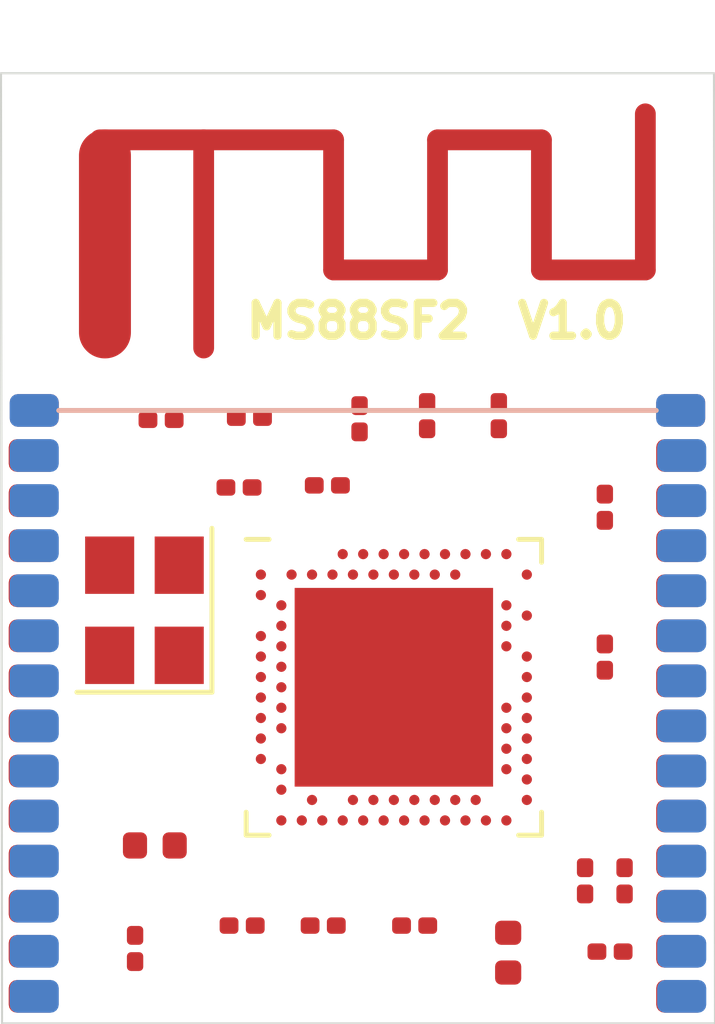
<source format=kicad_pcb>
(kicad_pcb (version 20171130) (host pcbnew "(5.1.9-0-10_14)")

  (general
    (thickness 1.6)
    (drawings 5)
    (tracks 11)
    (zones 0)
    (modules 22)
    (nets 1)
  )

  (page A4)
  (title_block
    (title "Project Title")
  )

  (layers
    (0 F.Cu signal)
    (31 B.Cu signal)
    (32 B.Adhes user)
    (33 F.Adhes user)
    (34 B.Paste user)
    (35 F.Paste user)
    (36 B.SilkS user)
    (37 F.SilkS user)
    (38 B.Mask user)
    (39 F.Mask user)
    (40 Dwgs.User user)
    (41 Cmts.User user)
    (42 Eco1.User user)
    (43 Eco2.User user)
    (44 Edge.Cuts user)
    (45 Margin user)
    (46 B.CrtYd user)
    (47 F.CrtYd user)
    (48 B.Fab user)
    (49 F.Fab user)
  )

  (setup
    (last_trace_width 0.25)
    (user_trace_width 0.1524)
    (user_trace_width 0.254)
    (user_trace_width 0.3302)
    (user_trace_width 0.508)
    (user_trace_width 0.762)
    (user_trace_width 1.27)
    (trace_clearance 0.2)
    (zone_clearance 0.508)
    (zone_45_only no)
    (trace_min 0.2)
    (via_size 0.8)
    (via_drill 0.4)
    (via_min_size 0.4)
    (via_min_drill 0.3)
    (user_via 0.6858 0.3302)
    (user_via 0.762 0.4064)
    (user_via 0.8636 0.508)
    (uvia_size 0.3)
    (uvia_drill 0.1)
    (uvias_allowed no)
    (uvia_min_size 0.2)
    (uvia_min_drill 0.1)
    (edge_width 0.05)
    (segment_width 0.2)
    (pcb_text_width 0.3)
    (pcb_text_size 1.5 1.5)
    (mod_edge_width 0.12)
    (mod_text_size 1 1)
    (mod_text_width 0.15)
    (pad_size 1.524 1.524)
    (pad_drill 0.762)
    (pad_to_mask_clearance 0.051)
    (solder_mask_min_width 0.25)
    (pad_to_paste_clearance -0.0762)
    (aux_axis_origin 0 0)
    (visible_elements FFFFFF7F)
    (pcbplotparams
      (layerselection 0x010fc_ffffffff)
      (usegerberextensions false)
      (usegerberattributes false)
      (usegerberadvancedattributes false)
      (creategerberjobfile false)
      (excludeedgelayer true)
      (linewidth 0.100000)
      (plotframeref false)
      (viasonmask false)
      (mode 1)
      (useauxorigin false)
      (hpglpennumber 1)
      (hpglpenspeed 20)
      (hpglpendiameter 15.000000)
      (psnegative false)
      (psa4output false)
      (plotreference true)
      (plotvalue true)
      (plotinvisibletext false)
      (padsonsilk false)
      (subtractmaskfromsilk false)
      (outputformat 1)
      (mirror false)
      (drillshape 1)
      (scaleselection 1)
      (outputdirectory ""))
  )

  (net 0 "")

  (net_class Default "This is the default net class."
    (clearance 0.2)
    (trace_width 0.25)
    (via_dia 0.8)
    (via_drill 0.4)
    (uvia_dia 0.3)
    (uvia_drill 0.1)
  )

  (module MS88SF2_01:MS88SF2_v2 (layer B.Cu) (tedit 61833926) (tstamp 6183AB31)
    (at 147.5486 98.679 180)
    (fp_text reference REF** (at -0.3302 12.6826) (layer B.Fab) hide
      (effects (font (size 1 1) (thickness 0.15)) (justify mirror))
    )
    (fp_text value MS88SF2_v2 (at 8.0772 9.1694) (layer B.Fab)
      (effects (font (size 1 1) (thickness 0.15)) (justify mirror))
    )
    (fp_line (start 0.6 0) (end 15.2 0) (layer B.SilkS) (width 0.12))
    (pad 1 smd roundrect (at 0 0 180) (size 1.2 0.8) (layers B.Cu B.Paste B.Mask) (roundrect_rratio 0.25))
    (pad 1 smd roundrect (at 15.8 0 180) (size 1.2 0.8) (layers B.Cu B.Paste B.Mask) (roundrect_rratio 0.25))
    (pad 2 smd roundrect (at -0.0254 -1.1 180) (size 1.2 0.8) (layers B.Cu B.Paste B.Mask) (roundrect_rratio 0.25))
    (pad 3 smd roundrect (at -0.0254 -2.2 180) (size 1.2 0.8) (layers B.Cu B.Paste B.Mask) (roundrect_rratio 0.25))
    (pad 4 smd roundrect (at -0.0254 -3.3 180) (size 1.2 0.8) (layers B.Cu B.Paste B.Mask) (roundrect_rratio 0.25))
    (pad 5 smd roundrect (at -0.0254 -4.4 180) (size 1.2 0.8) (layers B.Cu B.Paste B.Mask) (roundrect_rratio 0.25))
    (pad 6 smd roundrect (at -0.0254 -5.5 180) (size 1.2 0.8) (layers B.Cu B.Paste B.Mask) (roundrect_rratio 0.25))
    (pad 7 smd roundrect (at -0.0254 -6.6 180) (size 1.2 0.8) (layers B.Cu B.Paste B.Mask) (roundrect_rratio 0.25))
    (pad 8 smd roundrect (at -0.0254 -7.7 180) (size 1.2 0.8) (layers B.Cu B.Paste B.Mask) (roundrect_rratio 0.25))
    (pad 9 smd roundrect (at -0.0254 -8.8 180) (size 1.2 0.8) (layers B.Cu B.Paste B.Mask) (roundrect_rratio 0.25))
    (pad 10 smd roundrect (at -0.0254 -9.9 180) (size 1.2 0.8) (layers B.Cu B.Paste B.Mask) (roundrect_rratio 0.25))
    (pad 11 smd roundrect (at -0.0254 -11 180) (size 1.2 0.8) (layers B.Cu B.Paste B.Mask) (roundrect_rratio 0.25))
    (pad 12 smd roundrect (at -0.0254 -12.1 180) (size 1.2 0.8) (layers B.Cu B.Paste B.Mask) (roundrect_rratio 0.25))
    (pad 13 smd roundrect (at -0.0254 -13.2 180) (size 1.2 0.8) (layers B.Cu B.Paste B.Mask) (roundrect_rratio 0.25))
    (pad 14 smd roundrect (at -0.0254 -14.3 180) (size 1.2 0.8) (layers B.Cu B.Paste B.Mask) (roundrect_rratio 0.25))
    (pad 2 smd roundrect (at 15.8 -1.1 180) (size 1.2 0.8) (layers B.Cu B.Paste B.Mask) (roundrect_rratio 0.25))
    (pad 3 smd roundrect (at 15.8 -2.2 180) (size 1.2 0.8) (layers B.Cu B.Paste B.Mask) (roundrect_rratio 0.25))
    (pad 4 smd roundrect (at 15.8 -3.3 180) (size 1.2 0.8) (layers B.Cu B.Paste B.Mask) (roundrect_rratio 0.25))
    (pad 5 smd roundrect (at 15.8 -4.4 180) (size 1.2 0.8) (layers B.Cu B.Paste B.Mask) (roundrect_rratio 0.25))
    (pad 6 smd roundrect (at 15.8 -5.5 180) (size 1.2 0.8) (layers B.Cu B.Paste B.Mask) (roundrect_rratio 0.25))
    (pad 7 smd roundrect (at 15.8 -6.6 180) (size 1.2 0.8) (layers B.Cu B.Paste B.Mask) (roundrect_rratio 0.25))
    (pad 8 smd roundrect (at 15.8 -7.7 180) (size 1.2 0.8) (layers B.Cu B.Paste B.Mask) (roundrect_rratio 0.25))
    (pad 9 smd roundrect (at 15.8 -8.8 180) (size 1.2 0.8) (layers B.Cu B.Paste B.Mask) (roundrect_rratio 0.25))
    (pad 10 smd roundrect (at 15.8 -9.9 180) (size 1.2 0.8) (layers B.Cu B.Paste B.Mask) (roundrect_rratio 0.25))
    (pad 11 smd roundrect (at 15.8 -11 180) (size 1.2 0.8) (layers B.Cu B.Paste B.Mask) (roundrect_rratio 0.25))
    (pad 12 smd roundrect (at 15.8 -12.1 180) (size 1.2 0.8) (layers B.Cu B.Paste B.Mask) (roundrect_rratio 0.25))
    (pad 13 smd roundrect (at 15.8 -13.2 180) (size 1.2 0.8) (layers B.Cu B.Paste B.Mask) (roundrect_rratio 0.25))
    (pad 14 smd roundrect (at 15.8 -14.3 180) (size 1.2 0.8) (layers B.Cu B.Paste B.Mask) (roundrect_rratio 0.25))
  )

  (module MS88SF2_01:MS88SF2_v2 (layer F.Cu) (tedit 61833926) (tstamp 6183A4DF)
    (at 131.7498 98.679)
    (fp_text reference REF** (at -0.3302 -12.6826) (layer F.Fab) hide
      (effects (font (size 1 1) (thickness 0.15)))
    )
    (fp_text value MS88SF2_v2 (at 8.0772 -9.1694) (layer F.Fab)
      (effects (font (size 1 1) (thickness 0.15)))
    )
    (fp_line (start 0.6 0) (end 15.2 0) (layer F.SilkS) (width 0.12))
    (pad 14 smd roundrect (at 15.8 14.3) (size 1.2 0.8) (layers F.Cu F.Paste F.Mask) (roundrect_rratio 0.25))
    (pad 13 smd roundrect (at 15.8 13.2) (size 1.2 0.8) (layers F.Cu F.Paste F.Mask) (roundrect_rratio 0.25))
    (pad 12 smd roundrect (at 15.8 12.1) (size 1.2 0.8) (layers F.Cu F.Paste F.Mask) (roundrect_rratio 0.25))
    (pad 11 smd roundrect (at 15.8 11) (size 1.2 0.8) (layers F.Cu F.Paste F.Mask) (roundrect_rratio 0.25))
    (pad 10 smd roundrect (at 15.8 9.9) (size 1.2 0.8) (layers F.Cu F.Paste F.Mask) (roundrect_rratio 0.25))
    (pad 9 smd roundrect (at 15.8 8.8) (size 1.2 0.8) (layers F.Cu F.Paste F.Mask) (roundrect_rratio 0.25))
    (pad 8 smd roundrect (at 15.8 7.7) (size 1.2 0.8) (layers F.Cu F.Paste F.Mask) (roundrect_rratio 0.25))
    (pad 7 smd roundrect (at 15.8 6.6) (size 1.2 0.8) (layers F.Cu F.Paste F.Mask) (roundrect_rratio 0.25))
    (pad 6 smd roundrect (at 15.8 5.5) (size 1.2 0.8) (layers F.Cu F.Paste F.Mask) (roundrect_rratio 0.25))
    (pad 5 smd roundrect (at 15.8 4.4) (size 1.2 0.8) (layers F.Cu F.Paste F.Mask) (roundrect_rratio 0.25))
    (pad 4 smd roundrect (at 15.8 3.3) (size 1.2 0.8) (layers F.Cu F.Paste F.Mask) (roundrect_rratio 0.25))
    (pad 3 smd roundrect (at 15.8 2.2) (size 1.2 0.8) (layers F.Cu F.Paste F.Mask) (roundrect_rratio 0.25))
    (pad 2 smd roundrect (at 15.8 1.1) (size 1.2 0.8) (layers F.Cu F.Paste F.Mask) (roundrect_rratio 0.25))
    (pad 14 smd roundrect (at -0.0254 14.3) (size 1.2 0.8) (layers F.Cu F.Paste F.Mask) (roundrect_rratio 0.25))
    (pad 13 smd roundrect (at -0.0254 13.2) (size 1.2 0.8) (layers F.Cu F.Paste F.Mask) (roundrect_rratio 0.25))
    (pad 12 smd roundrect (at -0.0254 12.1) (size 1.2 0.8) (layers F.Cu F.Paste F.Mask) (roundrect_rratio 0.25))
    (pad 11 smd roundrect (at -0.0254 11) (size 1.2 0.8) (layers F.Cu F.Paste F.Mask) (roundrect_rratio 0.25))
    (pad 10 smd roundrect (at -0.0254 9.9) (size 1.2 0.8) (layers F.Cu F.Paste F.Mask) (roundrect_rratio 0.25))
    (pad 9 smd roundrect (at -0.0254 8.8) (size 1.2 0.8) (layers F.Cu F.Paste F.Mask) (roundrect_rratio 0.25))
    (pad 8 smd roundrect (at -0.0254 7.7) (size 1.2 0.8) (layers F.Cu F.Paste F.Mask) (roundrect_rratio 0.25))
    (pad 7 smd roundrect (at -0.0254 6.6) (size 1.2 0.8) (layers F.Cu F.Paste F.Mask) (roundrect_rratio 0.25))
    (pad 6 smd roundrect (at -0.0254 5.5) (size 1.2 0.8) (layers F.Cu F.Paste F.Mask) (roundrect_rratio 0.25))
    (pad 5 smd roundrect (at -0.0254 4.4) (size 1.2 0.8) (layers F.Cu F.Paste F.Mask) (roundrect_rratio 0.25))
    (pad 4 smd roundrect (at -0.0254 3.3) (size 1.2 0.8) (layers F.Cu F.Paste F.Mask) (roundrect_rratio 0.25))
    (pad 3 smd roundrect (at -0.0254 2.2) (size 1.2 0.8) (layers F.Cu F.Paste F.Mask) (roundrect_rratio 0.25))
    (pad 2 smd roundrect (at -0.0254 1.1) (size 1.2 0.8) (layers F.Cu F.Paste F.Mask) (roundrect_rratio 0.25))
    (pad 1 smd roundrect (at 15.8 0) (size 1.2 0.8) (layers F.Cu F.Paste F.Mask) (roundrect_rratio 0.25))
    (pad 1 smd roundrect (at 0 0) (size 1.2 0.8) (layers F.Cu F.Paste F.Mask) (roundrect_rratio 0.25))
  )

  (module Capacitor_SMD:C_0201_0603Metric (layer F.Cu) (tedit 5B301BBE) (tstamp 5E1F014C)
    (at 141.0462 111.252)
    (descr "Capacitor SMD 0201 (0603 Metric), square (rectangular) end terminal, IPC_7351 nominal, (Body size source: https://www.vishay.com/docs/20052/crcw0201e3.pdf), generated with kicad-footprint-generator")
    (tags capacitor)
    (attr smd)
    (fp_text reference REF** (at 0 -1.05) (layer F.Fab) hide
      (effects (font (size 1 1) (thickness 0.15)))
    )
    (fp_text value C_0201_0603Metric (at 0 1.05) (layer F.Fab) hide
      (effects (font (size 1 1) (thickness 0.15)))
    )
    (fp_line (start 0.7 0.35) (end -0.7 0.35) (layer F.CrtYd) (width 0.05))
    (fp_line (start 0.7 -0.35) (end 0.7 0.35) (layer F.CrtYd) (width 0.05))
    (fp_line (start -0.7 -0.35) (end 0.7 -0.35) (layer F.CrtYd) (width 0.05))
    (fp_line (start -0.7 0.35) (end -0.7 -0.35) (layer F.CrtYd) (width 0.05))
    (fp_line (start 0.3 0.15) (end -0.3 0.15) (layer F.Fab) (width 0.1))
    (fp_line (start 0.3 -0.15) (end 0.3 0.15) (layer F.Fab) (width 0.1))
    (fp_line (start -0.3 -0.15) (end 0.3 -0.15) (layer F.Fab) (width 0.1))
    (fp_line (start -0.3 0.15) (end -0.3 -0.15) (layer F.Fab) (width 0.1))
    (fp_text user %R (at 0 -0.68) (layer F.Fab)
      (effects (font (size 0.25 0.25) (thickness 0.04)))
    )
    (pad "" smd roundrect (at -0.345 0) (size 0.318 0.36) (layers F.Paste) (roundrect_rratio 0.25))
    (pad "" smd roundrect (at 0.345 0) (size 0.318 0.36) (layers F.Paste) (roundrect_rratio 0.25))
    (pad 1 smd roundrect (at -0.32 0) (size 0.46 0.4) (layers F.Cu F.Mask) (roundrect_rratio 0.25))
    (pad 2 smd roundrect (at 0.32 0) (size 0.46 0.4) (layers F.Cu F.Mask) (roundrect_rratio 0.25))
    (model ${KISYS3DMOD}/Capacitor_SMD.3dshapes/C_0201_0603Metric.wrl
      (at (xyz 0 0 0))
      (scale (xyz 1 1 1))
      (rotate (xyz 0 0 0))
    )
  )

  (module Capacitor_SMD:C_0201_0603Metric (layer F.Cu) (tedit 5B301BBE) (tstamp 5E1F013C)
    (at 145.8214 111.887)
    (descr "Capacitor SMD 0201 (0603 Metric), square (rectangular) end terminal, IPC_7351 nominal, (Body size source: https://www.vishay.com/docs/20052/crcw0201e3.pdf), generated with kicad-footprint-generator")
    (tags capacitor)
    (attr smd)
    (fp_text reference REF** (at 0 -1.05) (layer F.Fab) hide
      (effects (font (size 1 1) (thickness 0.15)))
    )
    (fp_text value C_0201_0603Metric (at 0 1.05) (layer F.Fab) hide
      (effects (font (size 1 1) (thickness 0.15)))
    )
    (fp_line (start -0.3 0.15) (end -0.3 -0.15) (layer F.Fab) (width 0.1))
    (fp_line (start -0.3 -0.15) (end 0.3 -0.15) (layer F.Fab) (width 0.1))
    (fp_line (start 0.3 -0.15) (end 0.3 0.15) (layer F.Fab) (width 0.1))
    (fp_line (start 0.3 0.15) (end -0.3 0.15) (layer F.Fab) (width 0.1))
    (fp_line (start -0.7 0.35) (end -0.7 -0.35) (layer F.CrtYd) (width 0.05))
    (fp_line (start -0.7 -0.35) (end 0.7 -0.35) (layer F.CrtYd) (width 0.05))
    (fp_line (start 0.7 -0.35) (end 0.7 0.35) (layer F.CrtYd) (width 0.05))
    (fp_line (start 0.7 0.35) (end -0.7 0.35) (layer F.CrtYd) (width 0.05))
    (fp_text user %R (at 0 -0.68) (layer F.Fab)
      (effects (font (size 0.25 0.25) (thickness 0.04)))
    )
    (pad 2 smd roundrect (at 0.32 0) (size 0.46 0.4) (layers F.Cu F.Mask) (roundrect_rratio 0.25))
    (pad 1 smd roundrect (at -0.32 0) (size 0.46 0.4) (layers F.Cu F.Mask) (roundrect_rratio 0.25))
    (pad "" smd roundrect (at 0.345 0) (size 0.318 0.36) (layers F.Paste) (roundrect_rratio 0.25))
    (pad "" smd roundrect (at -0.345 0) (size 0.318 0.36) (layers F.Paste) (roundrect_rratio 0.25))
    (model ${KISYS3DMOD}/Capacitor_SMD.3dshapes/C_0201_0603Metric.wrl
      (at (xyz 0 0 0))
      (scale (xyz 1 1 1))
      (rotate (xyz 0 0 0))
    )
  )

  (module Capacitor_SMD:C_0201_0603Metric (layer F.Cu) (tedit 5B301BBE) (tstamp 5E1F012C)
    (at 138.811 111.252)
    (descr "Capacitor SMD 0201 (0603 Metric), square (rectangular) end terminal, IPC_7351 nominal, (Body size source: https://www.vishay.com/docs/20052/crcw0201e3.pdf), generated with kicad-footprint-generator")
    (tags capacitor)
    (attr smd)
    (fp_text reference REF** (at 0 -1.05) (layer F.Fab) hide
      (effects (font (size 1 1) (thickness 0.15)))
    )
    (fp_text value C_0201_0603Metric (at 0 1.05) (layer F.Fab) hide
      (effects (font (size 1 1) (thickness 0.15)))
    )
    (fp_line (start 0.7 0.35) (end -0.7 0.35) (layer F.CrtYd) (width 0.05))
    (fp_line (start 0.7 -0.35) (end 0.7 0.35) (layer F.CrtYd) (width 0.05))
    (fp_line (start -0.7 -0.35) (end 0.7 -0.35) (layer F.CrtYd) (width 0.05))
    (fp_line (start -0.7 0.35) (end -0.7 -0.35) (layer F.CrtYd) (width 0.05))
    (fp_line (start 0.3 0.15) (end -0.3 0.15) (layer F.Fab) (width 0.1))
    (fp_line (start 0.3 -0.15) (end 0.3 0.15) (layer F.Fab) (width 0.1))
    (fp_line (start -0.3 -0.15) (end 0.3 -0.15) (layer F.Fab) (width 0.1))
    (fp_line (start -0.3 0.15) (end -0.3 -0.15) (layer F.Fab) (width 0.1))
    (fp_text user %R (at 0 -0.68) (layer F.Fab)
      (effects (font (size 0.25 0.25) (thickness 0.04)))
    )
    (pad "" smd roundrect (at -0.345 0) (size 0.318 0.36) (layers F.Paste) (roundrect_rratio 0.25))
    (pad "" smd roundrect (at 0.345 0) (size 0.318 0.36) (layers F.Paste) (roundrect_rratio 0.25))
    (pad 1 smd roundrect (at -0.32 0) (size 0.46 0.4) (layers F.Cu F.Mask) (roundrect_rratio 0.25))
    (pad 2 smd roundrect (at 0.32 0) (size 0.46 0.4) (layers F.Cu F.Mask) (roundrect_rratio 0.25))
    (model ${KISYS3DMOD}/Capacitor_SMD.3dshapes/C_0201_0603Metric.wrl
      (at (xyz 0 0 0))
      (scale (xyz 1 1 1))
      (rotate (xyz 0 0 0))
    )
  )

  (module Capacitor_SMD:C_0201_0603Metric (layer F.Cu) (tedit 5B301BBE) (tstamp 5E1F011C)
    (at 143.1036 98.806 90)
    (descr "Capacitor SMD 0201 (0603 Metric), square (rectangular) end terminal, IPC_7351 nominal, (Body size source: https://www.vishay.com/docs/20052/crcw0201e3.pdf), generated with kicad-footprint-generator")
    (tags capacitor)
    (attr smd)
    (fp_text reference REF** (at 0 -1.05 90) (layer F.Fab) hide
      (effects (font (size 1 1) (thickness 0.15)))
    )
    (fp_text value C_0201_0603Metric (at 0 1.05 90) (layer F.Fab) hide
      (effects (font (size 1 1) (thickness 0.15)))
    )
    (fp_line (start 0.7 0.35) (end -0.7 0.35) (layer F.CrtYd) (width 0.05))
    (fp_line (start 0.7 -0.35) (end 0.7 0.35) (layer F.CrtYd) (width 0.05))
    (fp_line (start -0.7 -0.35) (end 0.7 -0.35) (layer F.CrtYd) (width 0.05))
    (fp_line (start -0.7 0.35) (end -0.7 -0.35) (layer F.CrtYd) (width 0.05))
    (fp_line (start 0.3 0.15) (end -0.3 0.15) (layer F.Fab) (width 0.1))
    (fp_line (start 0.3 -0.15) (end 0.3 0.15) (layer F.Fab) (width 0.1))
    (fp_line (start -0.3 -0.15) (end 0.3 -0.15) (layer F.Fab) (width 0.1))
    (fp_line (start -0.3 0.15) (end -0.3 -0.15) (layer F.Fab) (width 0.1))
    (fp_text user %R (at 0 -0.68 90) (layer F.Fab)
      (effects (font (size 0.25 0.25) (thickness 0.04)))
    )
    (pad "" smd roundrect (at -0.345 0 90) (size 0.318 0.36) (layers F.Paste) (roundrect_rratio 0.25))
    (pad "" smd roundrect (at 0.345 0 90) (size 0.318 0.36) (layers F.Paste) (roundrect_rratio 0.25))
    (pad 1 smd roundrect (at -0.32 0 90) (size 0.46 0.4) (layers F.Cu F.Mask) (roundrect_rratio 0.25))
    (pad 2 smd roundrect (at 0.32 0 90) (size 0.46 0.4) (layers F.Cu F.Mask) (roundrect_rratio 0.25))
    (model ${KISYS3DMOD}/Capacitor_SMD.3dshapes/C_0201_0603Metric.wrl
      (at (xyz 0 0 0))
      (scale (xyz 1 1 1))
      (rotate (xyz 0 0 0))
    )
  )

  (module Capacitor_SMD:C_0201_0603Metric (layer F.Cu) (tedit 5B301BBE) (tstamp 6183A606)
    (at 145.6944 101.0412 90)
    (descr "Capacitor SMD 0201 (0603 Metric), square (rectangular) end terminal, IPC_7351 nominal, (Body size source: https://www.vishay.com/docs/20052/crcw0201e3.pdf), generated with kicad-footprint-generator")
    (tags capacitor)
    (attr smd)
    (fp_text reference REF** (at 0 -1.05 90) (layer F.Fab) hide
      (effects (font (size 1 1) (thickness 0.15)))
    )
    (fp_text value C_0201_0603Metric (at 0 1.05 90) (layer F.Fab) hide
      (effects (font (size 1 1) (thickness 0.15)))
    )
    (fp_line (start -0.3 0.15) (end -0.3 -0.15) (layer F.Fab) (width 0.1))
    (fp_line (start -0.3 -0.15) (end 0.3 -0.15) (layer F.Fab) (width 0.1))
    (fp_line (start 0.3 -0.15) (end 0.3 0.15) (layer F.Fab) (width 0.1))
    (fp_line (start 0.3 0.15) (end -0.3 0.15) (layer F.Fab) (width 0.1))
    (fp_line (start -0.7 0.35) (end -0.7 -0.35) (layer F.CrtYd) (width 0.05))
    (fp_line (start -0.7 -0.35) (end 0.7 -0.35) (layer F.CrtYd) (width 0.05))
    (fp_line (start 0.7 -0.35) (end 0.7 0.35) (layer F.CrtYd) (width 0.05))
    (fp_line (start 0.7 0.35) (end -0.7 0.35) (layer F.CrtYd) (width 0.05))
    (fp_text user %R (at 0 -0.68 90) (layer F.Fab)
      (effects (font (size 0.25 0.25) (thickness 0.04)))
    )
    (pad 2 smd roundrect (at 0.32 0 90) (size 0.46 0.4) (layers F.Cu F.Mask) (roundrect_rratio 0.25))
    (pad 1 smd roundrect (at -0.32 0 90) (size 0.46 0.4) (layers F.Cu F.Mask) (roundrect_rratio 0.25))
    (pad "" smd roundrect (at 0.345 0 90) (size 0.318 0.36) (layers F.Paste) (roundrect_rratio 0.25))
    (pad "" smd roundrect (at -0.345 0 90) (size 0.318 0.36) (layers F.Paste) (roundrect_rratio 0.25))
    (model ${KISYS3DMOD}/Capacitor_SMD.3dshapes/C_0201_0603Metric.wrl
      (at (xyz 0 0 0))
      (scale (xyz 1 1 1))
      (rotate (xyz 0 0 0))
    )
  )

  (module Capacitor_SMD:C_0201_0603Metric (layer F.Cu) (tedit 5B301BBE) (tstamp 5E1F00FC)
    (at 136.8298 111.252)
    (descr "Capacitor SMD 0201 (0603 Metric), square (rectangular) end terminal, IPC_7351 nominal, (Body size source: https://www.vishay.com/docs/20052/crcw0201e3.pdf), generated with kicad-footprint-generator")
    (tags capacitor)
    (attr smd)
    (fp_text reference REF** (at 0 -1.05) (layer F.Fab) hide
      (effects (font (size 1 1) (thickness 0.15)))
    )
    (fp_text value C_0201_0603Metric (at 0 1.05) (layer F.Fab) hide
      (effects (font (size 1 1) (thickness 0.15)))
    )
    (fp_line (start -0.3 0.15) (end -0.3 -0.15) (layer F.Fab) (width 0.1))
    (fp_line (start -0.3 -0.15) (end 0.3 -0.15) (layer F.Fab) (width 0.1))
    (fp_line (start 0.3 -0.15) (end 0.3 0.15) (layer F.Fab) (width 0.1))
    (fp_line (start 0.3 0.15) (end -0.3 0.15) (layer F.Fab) (width 0.1))
    (fp_line (start -0.7 0.35) (end -0.7 -0.35) (layer F.CrtYd) (width 0.05))
    (fp_line (start -0.7 -0.35) (end 0.7 -0.35) (layer F.CrtYd) (width 0.05))
    (fp_line (start 0.7 -0.35) (end 0.7 0.35) (layer F.CrtYd) (width 0.05))
    (fp_line (start 0.7 0.35) (end -0.7 0.35) (layer F.CrtYd) (width 0.05))
    (fp_text user %R (at 0 -0.68) (layer F.Fab)
      (effects (font (size 0.25 0.25) (thickness 0.04)))
    )
    (pad 2 smd roundrect (at 0.32 0) (size 0.46 0.4) (layers F.Cu F.Mask) (roundrect_rratio 0.25))
    (pad 1 smd roundrect (at -0.32 0) (size 0.46 0.4) (layers F.Cu F.Mask) (roundrect_rratio 0.25))
    (pad "" smd roundrect (at 0.345 0) (size 0.318 0.36) (layers F.Paste) (roundrect_rratio 0.25))
    (pad "" smd roundrect (at -0.345 0) (size 0.318 0.36) (layers F.Paste) (roundrect_rratio 0.25))
    (model ${KISYS3DMOD}/Capacitor_SMD.3dshapes/C_0201_0603Metric.wrl
      (at (xyz 0 0 0))
      (scale (xyz 1 1 1))
      (rotate (xyz 0 0 0))
    )
  )

  (module Capacitor_SMD:C_0201_0603Metric (layer F.Cu) (tedit 5B301BBE) (tstamp 5E1F00EC)
    (at 145.6944 104.6988 90)
    (descr "Capacitor SMD 0201 (0603 Metric), square (rectangular) end terminal, IPC_7351 nominal, (Body size source: https://www.vishay.com/docs/20052/crcw0201e3.pdf), generated with kicad-footprint-generator")
    (tags capacitor)
    (attr smd)
    (fp_text reference REF** (at 0 -1.05 90) (layer F.Fab) hide
      (effects (font (size 1 1) (thickness 0.15)))
    )
    (fp_text value C_0201_0603Metric (at 0 1.05 90) (layer F.Fab) hide
      (effects (font (size 1 1) (thickness 0.15)))
    )
    (fp_line (start 0.7 0.35) (end -0.7 0.35) (layer F.CrtYd) (width 0.05))
    (fp_line (start 0.7 -0.35) (end 0.7 0.35) (layer F.CrtYd) (width 0.05))
    (fp_line (start -0.7 -0.35) (end 0.7 -0.35) (layer F.CrtYd) (width 0.05))
    (fp_line (start -0.7 0.35) (end -0.7 -0.35) (layer F.CrtYd) (width 0.05))
    (fp_line (start 0.3 0.15) (end -0.3 0.15) (layer F.Fab) (width 0.1))
    (fp_line (start 0.3 -0.15) (end 0.3 0.15) (layer F.Fab) (width 0.1))
    (fp_line (start -0.3 -0.15) (end 0.3 -0.15) (layer F.Fab) (width 0.1))
    (fp_line (start -0.3 0.15) (end -0.3 -0.15) (layer F.Fab) (width 0.1))
    (fp_text user %R (at 0 -0.68 90) (layer F.Fab)
      (effects (font (size 0.25 0.25) (thickness 0.04)))
    )
    (pad "" smd roundrect (at -0.345 0 90) (size 0.318 0.36) (layers F.Paste) (roundrect_rratio 0.25))
    (pad "" smd roundrect (at 0.345 0 90) (size 0.318 0.36) (layers F.Paste) (roundrect_rratio 0.25))
    (pad 1 smd roundrect (at -0.32 0 90) (size 0.46 0.4) (layers F.Cu F.Mask) (roundrect_rratio 0.25))
    (pad 2 smd roundrect (at 0.32 0 90) (size 0.46 0.4) (layers F.Cu F.Mask) (roundrect_rratio 0.25))
    (model ${KISYS3DMOD}/Capacitor_SMD.3dshapes/C_0201_0603Metric.wrl
      (at (xyz 0 0 0))
      (scale (xyz 1 1 1))
      (rotate (xyz 0 0 0))
    )
  )

  (module Capacitor_SMD:C_0201_0603Metric (layer F.Cu) (tedit 5B301BBE) (tstamp 5E1F00DC)
    (at 134.2136 111.8108 90)
    (descr "Capacitor SMD 0201 (0603 Metric), square (rectangular) end terminal, IPC_7351 nominal, (Body size source: https://www.vishay.com/docs/20052/crcw0201e3.pdf), generated with kicad-footprint-generator")
    (tags capacitor)
    (attr smd)
    (fp_text reference REF** (at 0 -1.05 90) (layer F.Fab) hide
      (effects (font (size 1 1) (thickness 0.15)))
    )
    (fp_text value C_0201_0603Metric (at 0 1.05 90) (layer F.Fab) hide
      (effects (font (size 1 1) (thickness 0.15)))
    )
    (fp_line (start -0.3 0.15) (end -0.3 -0.15) (layer F.Fab) (width 0.1))
    (fp_line (start -0.3 -0.15) (end 0.3 -0.15) (layer F.Fab) (width 0.1))
    (fp_line (start 0.3 -0.15) (end 0.3 0.15) (layer F.Fab) (width 0.1))
    (fp_line (start 0.3 0.15) (end -0.3 0.15) (layer F.Fab) (width 0.1))
    (fp_line (start -0.7 0.35) (end -0.7 -0.35) (layer F.CrtYd) (width 0.05))
    (fp_line (start -0.7 -0.35) (end 0.7 -0.35) (layer F.CrtYd) (width 0.05))
    (fp_line (start 0.7 -0.35) (end 0.7 0.35) (layer F.CrtYd) (width 0.05))
    (fp_line (start 0.7 0.35) (end -0.7 0.35) (layer F.CrtYd) (width 0.05))
    (fp_text user %R (at 0 -0.68 90) (layer F.Fab)
      (effects (font (size 0.25 0.25) (thickness 0.04)))
    )
    (pad 2 smd roundrect (at 0.32 0 90) (size 0.46 0.4) (layers F.Cu F.Mask) (roundrect_rratio 0.25))
    (pad 1 smd roundrect (at -0.32 0 90) (size 0.46 0.4) (layers F.Cu F.Mask) (roundrect_rratio 0.25))
    (pad "" smd roundrect (at 0.345 0 90) (size 0.318 0.36) (layers F.Paste) (roundrect_rratio 0.25))
    (pad "" smd roundrect (at -0.345 0 90) (size 0.318 0.36) (layers F.Paste) (roundrect_rratio 0.25))
    (model ${KISYS3DMOD}/Capacitor_SMD.3dshapes/C_0201_0603Metric.wrl
      (at (xyz 0 0 0))
      (scale (xyz 1 1 1))
      (rotate (xyz 0 0 0))
    )
  )

  (module Capacitor_SMD:C_0201_0603Metric (layer F.Cu) (tedit 5B301BBE) (tstamp 5E1F002E)
    (at 146.177 110.1598 90)
    (descr "Capacitor SMD 0201 (0603 Metric), square (rectangular) end terminal, IPC_7351 nominal, (Body size source: https://www.vishay.com/docs/20052/crcw0201e3.pdf), generated with kicad-footprint-generator")
    (tags capacitor)
    (attr smd)
    (fp_text reference REF** (at 0 -1.05 90) (layer F.Fab) hide
      (effects (font (size 1 1) (thickness 0.15)))
    )
    (fp_text value C_0201_0603Metric (at 0 1.05 90) (layer F.Fab) hide
      (effects (font (size 1 1) (thickness 0.15)))
    )
    (fp_line (start 0.7 0.35) (end -0.7 0.35) (layer F.CrtYd) (width 0.05))
    (fp_line (start 0.7 -0.35) (end 0.7 0.35) (layer F.CrtYd) (width 0.05))
    (fp_line (start -0.7 -0.35) (end 0.7 -0.35) (layer F.CrtYd) (width 0.05))
    (fp_line (start -0.7 0.35) (end -0.7 -0.35) (layer F.CrtYd) (width 0.05))
    (fp_line (start 0.3 0.15) (end -0.3 0.15) (layer F.Fab) (width 0.1))
    (fp_line (start 0.3 -0.15) (end 0.3 0.15) (layer F.Fab) (width 0.1))
    (fp_line (start -0.3 -0.15) (end 0.3 -0.15) (layer F.Fab) (width 0.1))
    (fp_line (start -0.3 0.15) (end -0.3 -0.15) (layer F.Fab) (width 0.1))
    (fp_text user %R (at 0 -0.68 90) (layer F.Fab)
      (effects (font (size 0.25 0.25) (thickness 0.04)))
    )
    (pad "" smd roundrect (at -0.345 0 90) (size 0.318 0.36) (layers F.Paste) (roundrect_rratio 0.25))
    (pad "" smd roundrect (at 0.345 0 90) (size 0.318 0.36) (layers F.Paste) (roundrect_rratio 0.25))
    (pad 1 smd roundrect (at -0.32 0 90) (size 0.46 0.4) (layers F.Cu F.Mask) (roundrect_rratio 0.25))
    (pad 2 smd roundrect (at 0.32 0 90) (size 0.46 0.4) (layers F.Cu F.Mask) (roundrect_rratio 0.25))
    (model ${KISYS3DMOD}/Capacitor_SMD.3dshapes/C_0201_0603Metric.wrl
      (at (xyz 0 0 0))
      (scale (xyz 1 1 1))
      (rotate (xyz 0 0 0))
    )
  )

  (module Capacitor_SMD:C_0201_0603Metric (layer F.Cu) (tedit 5B301BBE) (tstamp 5E1F0277)
    (at 137.0076 98.8568)
    (descr "Capacitor SMD 0201 (0603 Metric), square (rectangular) end terminal, IPC_7351 nominal, (Body size source: https://www.vishay.com/docs/20052/crcw0201e3.pdf), generated with kicad-footprint-generator")
    (tags capacitor)
    (attr smd)
    (fp_text reference REF** (at 0 -1.05) (layer F.Fab) hide
      (effects (font (size 1 1) (thickness 0.15)))
    )
    (fp_text value C_0201_0603Metric (at 0 1.05) (layer F.Fab) hide
      (effects (font (size 1 1) (thickness 0.15)))
    )
    (fp_line (start 0.7 0.35) (end -0.7 0.35) (layer F.CrtYd) (width 0.05))
    (fp_line (start 0.7 -0.35) (end 0.7 0.35) (layer F.CrtYd) (width 0.05))
    (fp_line (start -0.7 -0.35) (end 0.7 -0.35) (layer F.CrtYd) (width 0.05))
    (fp_line (start -0.7 0.35) (end -0.7 -0.35) (layer F.CrtYd) (width 0.05))
    (fp_line (start 0.3 0.15) (end -0.3 0.15) (layer F.Fab) (width 0.1))
    (fp_line (start 0.3 -0.15) (end 0.3 0.15) (layer F.Fab) (width 0.1))
    (fp_line (start -0.3 -0.15) (end 0.3 -0.15) (layer F.Fab) (width 0.1))
    (fp_line (start -0.3 0.15) (end -0.3 -0.15) (layer F.Fab) (width 0.1))
    (fp_text user %R (at 0 -0.68) (layer F.Fab)
      (effects (font (size 0.25 0.25) (thickness 0.04)))
    )
    (pad "" smd roundrect (at -0.345 0) (size 0.318 0.36) (layers F.Paste) (roundrect_rratio 0.25))
    (pad "" smd roundrect (at 0.345 0) (size 0.318 0.36) (layers F.Paste) (roundrect_rratio 0.25))
    (pad 1 smd roundrect (at -0.32 0) (size 0.46 0.4) (layers F.Cu F.Mask) (roundrect_rratio 0.25))
    (pad 2 smd roundrect (at 0.32 0) (size 0.46 0.4) (layers F.Cu F.Mask) (roundrect_rratio 0.25))
    (model ${KISYS3DMOD}/Capacitor_SMD.3dshapes/C_0201_0603Metric.wrl
      (at (xyz 0 0 0))
      (scale (xyz 1 1 1))
      (rotate (xyz 0 0 0))
    )
  )

  (module Capacitor_SMD:C_0201_0603Metric (layer F.Cu) (tedit 5B301BBE) (tstamp 5E1F000E)
    (at 138.9126 100.5078)
    (descr "Capacitor SMD 0201 (0603 Metric), square (rectangular) end terminal, IPC_7351 nominal, (Body size source: https://www.vishay.com/docs/20052/crcw0201e3.pdf), generated with kicad-footprint-generator")
    (tags capacitor)
    (attr smd)
    (fp_text reference REF** (at 0 -1.05) (layer F.Fab) hide
      (effects (font (size 1 1) (thickness 0.15)))
    )
    (fp_text value C_0201_0603Metric (at 0 1.05) (layer F.Fab) hide
      (effects (font (size 1 1) (thickness 0.15)))
    )
    (fp_line (start -0.3 0.15) (end -0.3 -0.15) (layer F.Fab) (width 0.1))
    (fp_line (start -0.3 -0.15) (end 0.3 -0.15) (layer F.Fab) (width 0.1))
    (fp_line (start 0.3 -0.15) (end 0.3 0.15) (layer F.Fab) (width 0.1))
    (fp_line (start 0.3 0.15) (end -0.3 0.15) (layer F.Fab) (width 0.1))
    (fp_line (start -0.7 0.35) (end -0.7 -0.35) (layer F.CrtYd) (width 0.05))
    (fp_line (start -0.7 -0.35) (end 0.7 -0.35) (layer F.CrtYd) (width 0.05))
    (fp_line (start 0.7 -0.35) (end 0.7 0.35) (layer F.CrtYd) (width 0.05))
    (fp_line (start 0.7 0.35) (end -0.7 0.35) (layer F.CrtYd) (width 0.05))
    (fp_text user %R (at 0 -0.68) (layer F.Fab)
      (effects (font (size 0.25 0.25) (thickness 0.04)))
    )
    (pad 2 smd roundrect (at 0.32 0) (size 0.46 0.4) (layers F.Cu F.Mask) (roundrect_rratio 0.25))
    (pad 1 smd roundrect (at -0.32 0) (size 0.46 0.4) (layers F.Cu F.Mask) (roundrect_rratio 0.25))
    (pad "" smd roundrect (at 0.345 0) (size 0.318 0.36) (layers F.Paste) (roundrect_rratio 0.25))
    (pad "" smd roundrect (at -0.345 0) (size 0.318 0.36) (layers F.Paste) (roundrect_rratio 0.25))
    (model ${KISYS3DMOD}/Capacitor_SMD.3dshapes/C_0201_0603Metric.wrl
      (at (xyz 0 0 0))
      (scale (xyz 1 1 1))
      (rotate (xyz 0 0 0))
    )
  )

  (module Capacitor_SMD:C_0201_0603Metric (layer F.Cu) (tedit 5B301BBE) (tstamp 5E1EFFFE)
    (at 145.2118 110.1598 90)
    (descr "Capacitor SMD 0201 (0603 Metric), square (rectangular) end terminal, IPC_7351 nominal, (Body size source: https://www.vishay.com/docs/20052/crcw0201e3.pdf), generated with kicad-footprint-generator")
    (tags capacitor)
    (attr smd)
    (fp_text reference REF** (at 0 -1.05 90) (layer F.Fab) hide
      (effects (font (size 1 1) (thickness 0.15)))
    )
    (fp_text value C_0201_0603Metric (at 0 1.05 90) (layer F.Fab) hide
      (effects (font (size 1 1) (thickness 0.15)))
    )
    (fp_line (start -0.3 0.15) (end -0.3 -0.15) (layer F.Fab) (width 0.1))
    (fp_line (start -0.3 -0.15) (end 0.3 -0.15) (layer F.Fab) (width 0.1))
    (fp_line (start 0.3 -0.15) (end 0.3 0.15) (layer F.Fab) (width 0.1))
    (fp_line (start 0.3 0.15) (end -0.3 0.15) (layer F.Fab) (width 0.1))
    (fp_line (start -0.7 0.35) (end -0.7 -0.35) (layer F.CrtYd) (width 0.05))
    (fp_line (start -0.7 -0.35) (end 0.7 -0.35) (layer F.CrtYd) (width 0.05))
    (fp_line (start 0.7 -0.35) (end 0.7 0.35) (layer F.CrtYd) (width 0.05))
    (fp_line (start 0.7 0.35) (end -0.7 0.35) (layer F.CrtYd) (width 0.05))
    (fp_text user %R (at 0 -0.68 90) (layer F.Fab)
      (effects (font (size 0.25 0.25) (thickness 0.04)))
    )
    (pad 2 smd roundrect (at 0.32 0 90) (size 0.46 0.4) (layers F.Cu F.Mask) (roundrect_rratio 0.25))
    (pad 1 smd roundrect (at -0.32 0 90) (size 0.46 0.4) (layers F.Cu F.Mask) (roundrect_rratio 0.25))
    (pad "" smd roundrect (at 0.345 0 90) (size 0.318 0.36) (layers F.Paste) (roundrect_rratio 0.25))
    (pad "" smd roundrect (at -0.345 0 90) (size 0.318 0.36) (layers F.Paste) (roundrect_rratio 0.25))
    (model ${KISYS3DMOD}/Capacitor_SMD.3dshapes/C_0201_0603Metric.wrl
      (at (xyz 0 0 0))
      (scale (xyz 1 1 1))
      (rotate (xyz 0 0 0))
    )
  )

  (module Capacitor_SMD:C_0201_0603Metric (layer F.Cu) (tedit 5B301BBE) (tstamp 5E1EFF68)
    (at 139.7 98.8822 90)
    (descr "Capacitor SMD 0201 (0603 Metric), square (rectangular) end terminal, IPC_7351 nominal, (Body size source: https://www.vishay.com/docs/20052/crcw0201e3.pdf), generated with kicad-footprint-generator")
    (tags capacitor)
    (attr smd)
    (fp_text reference REF** (at 0 -1.05 90) (layer F.Fab) hide
      (effects (font (size 1 1) (thickness 0.15)))
    )
    (fp_text value C_0201_0603Metric (at 0 1.05 90) (layer F.Fab) hide
      (effects (font (size 1 1) (thickness 0.15)))
    )
    (fp_line (start 0.7 0.35) (end -0.7 0.35) (layer F.CrtYd) (width 0.05))
    (fp_line (start 0.7 -0.35) (end 0.7 0.35) (layer F.CrtYd) (width 0.05))
    (fp_line (start -0.7 -0.35) (end 0.7 -0.35) (layer F.CrtYd) (width 0.05))
    (fp_line (start -0.7 0.35) (end -0.7 -0.35) (layer F.CrtYd) (width 0.05))
    (fp_line (start 0.3 0.15) (end -0.3 0.15) (layer F.Fab) (width 0.1))
    (fp_line (start 0.3 -0.15) (end 0.3 0.15) (layer F.Fab) (width 0.1))
    (fp_line (start -0.3 -0.15) (end 0.3 -0.15) (layer F.Fab) (width 0.1))
    (fp_line (start -0.3 0.15) (end -0.3 -0.15) (layer F.Fab) (width 0.1))
    (fp_text user %R (at 0 -0.68 90) (layer F.Fab)
      (effects (font (size 0.25 0.25) (thickness 0.04)))
    )
    (pad "" smd roundrect (at -0.345 0 90) (size 0.318 0.36) (layers F.Paste) (roundrect_rratio 0.25))
    (pad "" smd roundrect (at 0.345 0 90) (size 0.318 0.36) (layers F.Paste) (roundrect_rratio 0.25))
    (pad 1 smd roundrect (at -0.32 0 90) (size 0.46 0.4) (layers F.Cu F.Mask) (roundrect_rratio 0.25))
    (pad 2 smd roundrect (at 0.32 0 90) (size 0.46 0.4) (layers F.Cu F.Mask) (roundrect_rratio 0.25))
    (model ${KISYS3DMOD}/Capacitor_SMD.3dshapes/C_0201_0603Metric.wrl
      (at (xyz 0 0 0))
      (scale (xyz 1 1 1))
      (rotate (xyz 0 0 0))
    )
  )

  (module Capacitor_SMD:C_0201_0603Metric (layer F.Cu) (tedit 5B301BBE) (tstamp 5E1EFF58)
    (at 141.351 98.806 90)
    (descr "Capacitor SMD 0201 (0603 Metric), square (rectangular) end terminal, IPC_7351 nominal, (Body size source: https://www.vishay.com/docs/20052/crcw0201e3.pdf), generated with kicad-footprint-generator")
    (tags capacitor)
    (attr smd)
    (fp_text reference REF** (at 0 -1.05 90) (layer F.Fab) hide
      (effects (font (size 1 1) (thickness 0.15)))
    )
    (fp_text value C_0201_0603Metric (at 0 1.05 90) (layer F.Fab) hide
      (effects (font (size 1 1) (thickness 0.15)))
    )
    (fp_line (start -0.3 0.15) (end -0.3 -0.15) (layer F.Fab) (width 0.1))
    (fp_line (start -0.3 -0.15) (end 0.3 -0.15) (layer F.Fab) (width 0.1))
    (fp_line (start 0.3 -0.15) (end 0.3 0.15) (layer F.Fab) (width 0.1))
    (fp_line (start 0.3 0.15) (end -0.3 0.15) (layer F.Fab) (width 0.1))
    (fp_line (start -0.7 0.35) (end -0.7 -0.35) (layer F.CrtYd) (width 0.05))
    (fp_line (start -0.7 -0.35) (end 0.7 -0.35) (layer F.CrtYd) (width 0.05))
    (fp_line (start 0.7 -0.35) (end 0.7 0.35) (layer F.CrtYd) (width 0.05))
    (fp_line (start 0.7 0.35) (end -0.7 0.35) (layer F.CrtYd) (width 0.05))
    (fp_text user %R (at 0 -0.68 90) (layer F.Fab)
      (effects (font (size 0.25 0.25) (thickness 0.04)))
    )
    (pad 2 smd roundrect (at 0.32 0 90) (size 0.46 0.4) (layers F.Cu F.Mask) (roundrect_rratio 0.25))
    (pad 1 smd roundrect (at -0.32 0 90) (size 0.46 0.4) (layers F.Cu F.Mask) (roundrect_rratio 0.25))
    (pad "" smd roundrect (at 0.345 0 90) (size 0.318 0.36) (layers F.Paste) (roundrect_rratio 0.25))
    (pad "" smd roundrect (at -0.345 0 90) (size 0.318 0.36) (layers F.Paste) (roundrect_rratio 0.25))
    (model ${KISYS3DMOD}/Capacitor_SMD.3dshapes/C_0201_0603Metric.wrl
      (at (xyz 0 0 0))
      (scale (xyz 1 1 1))
      (rotate (xyz 0 0 0))
    )
  )

  (module Capacitor_SMD:C_0402_1005Metric (layer F.Cu) (tedit 5B301BBE) (tstamp 5E1EFF1D)
    (at 134.6962 109.2962)
    (descr "Capacitor SMD 0402 (1005 Metric), square (rectangular) end terminal, IPC_7351 nominal, (Body size source: http://www.tortai-tech.com/upload/download/2011102023233369053.pdf), generated with kicad-footprint-generator")
    (tags capacitor)
    (attr smd)
    (fp_text reference REF** (at 0 -1.17) (layer F.Fab) hide
      (effects (font (size 1 1) (thickness 0.15)))
    )
    (fp_text value C_0402_1005Metric (at -3.0988 -0.8128) (layer F.Fab) hide
      (effects (font (size 1 1) (thickness 0.15)))
    )
    (fp_line (start 0.93 0.47) (end -0.93 0.47) (layer F.CrtYd) (width 0.05))
    (fp_line (start 0.93 -0.47) (end 0.93 0.47) (layer F.CrtYd) (width 0.05))
    (fp_line (start -0.93 -0.47) (end 0.93 -0.47) (layer F.CrtYd) (width 0.05))
    (fp_line (start -0.93 0.47) (end -0.93 -0.47) (layer F.CrtYd) (width 0.05))
    (fp_line (start 0.5 0.25) (end -0.5 0.25) (layer F.Fab) (width 0.1))
    (fp_line (start 0.5 -0.25) (end 0.5 0.25) (layer F.Fab) (width 0.1))
    (fp_line (start -0.5 -0.25) (end 0.5 -0.25) (layer F.Fab) (width 0.1))
    (fp_line (start -0.5 0.25) (end -0.5 -0.25) (layer F.Fab) (width 0.1))
    (fp_text user %R (at 0 0) (layer F.Fab)
      (effects (font (size 0.25 0.25) (thickness 0.04)))
    )
    (pad 1 smd roundrect (at -0.485 0) (size 0.59 0.64) (layers F.Cu F.Paste F.Mask) (roundrect_rratio 0.25))
    (pad 2 smd roundrect (at 0.485 0) (size 0.59 0.64) (layers F.Cu F.Paste F.Mask) (roundrect_rratio 0.25))
    (model ${KISYS3DMOD}/Capacitor_SMD.3dshapes/C_0402_1005Metric.wrl
      (at (xyz 0 0 0))
      (scale (xyz 1 1 1))
      (rotate (xyz 0 0 0))
    )
  )

  (module Capacitor_SMD:C_0201_0603Metric (layer F.Cu) (tedit 5B301BBE) (tstamp 5E1EFF0D)
    (at 136.7536 100.5586)
    (descr "Capacitor SMD 0201 (0603 Metric), square (rectangular) end terminal, IPC_7351 nominal, (Body size source: https://www.vishay.com/docs/20052/crcw0201e3.pdf), generated with kicad-footprint-generator")
    (tags capacitor)
    (attr smd)
    (fp_text reference REF** (at 0 -1.05) (layer F.Fab) hide
      (effects (font (size 1 1) (thickness 0.15)))
    )
    (fp_text value C_0201_0603Metric (at 0 1.05) (layer F.Fab) hide
      (effects (font (size 1 1) (thickness 0.15)))
    )
    (fp_line (start 0.7 0.35) (end -0.7 0.35) (layer F.CrtYd) (width 0.05))
    (fp_line (start 0.7 -0.35) (end 0.7 0.35) (layer F.CrtYd) (width 0.05))
    (fp_line (start -0.7 -0.35) (end 0.7 -0.35) (layer F.CrtYd) (width 0.05))
    (fp_line (start -0.7 0.35) (end -0.7 -0.35) (layer F.CrtYd) (width 0.05))
    (fp_line (start 0.3 0.15) (end -0.3 0.15) (layer F.Fab) (width 0.1))
    (fp_line (start 0.3 -0.15) (end 0.3 0.15) (layer F.Fab) (width 0.1))
    (fp_line (start -0.3 -0.15) (end 0.3 -0.15) (layer F.Fab) (width 0.1))
    (fp_line (start -0.3 0.15) (end -0.3 -0.15) (layer F.Fab) (width 0.1))
    (fp_text user %R (at 0 -0.68) (layer F.Fab)
      (effects (font (size 0.25 0.25) (thickness 0.04)))
    )
    (pad "" smd roundrect (at -0.345 0) (size 0.318 0.36) (layers F.Paste) (roundrect_rratio 0.25))
    (pad "" smd roundrect (at 0.345 0) (size 0.318 0.36) (layers F.Paste) (roundrect_rratio 0.25))
    (pad 1 smd roundrect (at -0.32 0) (size 0.46 0.4) (layers F.Cu F.Mask) (roundrect_rratio 0.25))
    (pad 2 smd roundrect (at 0.32 0) (size 0.46 0.4) (layers F.Cu F.Mask) (roundrect_rratio 0.25))
    (model ${KISYS3DMOD}/Capacitor_SMD.3dshapes/C_0201_0603Metric.wrl
      (at (xyz 0 0 0))
      (scale (xyz 1 1 1))
      (rotate (xyz 0 0 0))
    )
  )

  (module Capacitor_SMD:C_0201_0603Metric (layer F.Cu) (tedit 5B301BBE) (tstamp 5E1F02A7)
    (at 134.8486 98.9076)
    (descr "Capacitor SMD 0201 (0603 Metric), square (rectangular) end terminal, IPC_7351 nominal, (Body size source: https://www.vishay.com/docs/20052/crcw0201e3.pdf), generated with kicad-footprint-generator")
    (tags capacitor)
    (attr smd)
    (fp_text reference REF** (at 0 -1.05) (layer F.Fab) hide
      (effects (font (size 1 1) (thickness 0.15)))
    )
    (fp_text value C_0201_0603Metric (at 0 1.05) (layer F.Fab) hide
      (effects (font (size 1 1) (thickness 0.15)))
    )
    (fp_line (start -0.3 0.15) (end -0.3 -0.15) (layer F.Fab) (width 0.1))
    (fp_line (start -0.3 -0.15) (end 0.3 -0.15) (layer F.Fab) (width 0.1))
    (fp_line (start 0.3 -0.15) (end 0.3 0.15) (layer F.Fab) (width 0.1))
    (fp_line (start 0.3 0.15) (end -0.3 0.15) (layer F.Fab) (width 0.1))
    (fp_line (start -0.7 0.35) (end -0.7 -0.35) (layer F.CrtYd) (width 0.05))
    (fp_line (start -0.7 -0.35) (end 0.7 -0.35) (layer F.CrtYd) (width 0.05))
    (fp_line (start 0.7 -0.35) (end 0.7 0.35) (layer F.CrtYd) (width 0.05))
    (fp_line (start 0.7 0.35) (end -0.7 0.35) (layer F.CrtYd) (width 0.05))
    (fp_text user %R (at 0 -0.68) (layer F.Fab)
      (effects (font (size 0.25 0.25) (thickness 0.04)))
    )
    (pad 2 smd roundrect (at 0.32 0) (size 0.46 0.4) (layers F.Cu F.Mask) (roundrect_rratio 0.25))
    (pad 1 smd roundrect (at -0.32 0) (size 0.46 0.4) (layers F.Cu F.Mask) (roundrect_rratio 0.25))
    (pad "" smd roundrect (at 0.345 0) (size 0.318 0.36) (layers F.Paste) (roundrect_rratio 0.25))
    (pad "" smd roundrect (at -0.345 0) (size 0.318 0.36) (layers F.Paste) (roundrect_rratio 0.25))
    (model ${KISYS3DMOD}/Capacitor_SMD.3dshapes/C_0201_0603Metric.wrl
      (at (xyz 0 0 0))
      (scale (xyz 1 1 1))
      (rotate (xyz 0 0 0))
    )
  )

  (module Capacitor_SMD:C_0402_1005Metric (layer F.Cu) (tedit 5B301BBE) (tstamp 5E1EFA13)
    (at 143.3322 111.9124 90)
    (descr "Capacitor SMD 0402 (1005 Metric), square (rectangular) end terminal, IPC_7351 nominal, (Body size source: http://www.tortai-tech.com/upload/download/2011102023233369053.pdf), generated with kicad-footprint-generator")
    (tags capacitor)
    (attr smd)
    (fp_text reference REF** (at 0 -1.17 90) (layer F.Fab) hide
      (effects (font (size 1 1) (thickness 0.15)))
    )
    (fp_text value C_0402_1005Metric (at -3.0988 -0.8128 90) (layer F.Fab) hide
      (effects (font (size 1 1) (thickness 0.15)))
    )
    (fp_line (start -0.5 0.25) (end -0.5 -0.25) (layer F.Fab) (width 0.1))
    (fp_line (start -0.5 -0.25) (end 0.5 -0.25) (layer F.Fab) (width 0.1))
    (fp_line (start 0.5 -0.25) (end 0.5 0.25) (layer F.Fab) (width 0.1))
    (fp_line (start 0.5 0.25) (end -0.5 0.25) (layer F.Fab) (width 0.1))
    (fp_line (start -0.93 0.47) (end -0.93 -0.47) (layer F.CrtYd) (width 0.05))
    (fp_line (start -0.93 -0.47) (end 0.93 -0.47) (layer F.CrtYd) (width 0.05))
    (fp_line (start 0.93 -0.47) (end 0.93 0.47) (layer F.CrtYd) (width 0.05))
    (fp_line (start 0.93 0.47) (end -0.93 0.47) (layer F.CrtYd) (width 0.05))
    (fp_text user %R (at 0 0 90) (layer F.Fab)
      (effects (font (size 0.25 0.25) (thickness 0.04)))
    )
    (pad 2 smd roundrect (at 0.485 0 90) (size 0.59 0.64) (layers F.Cu F.Paste F.Mask) (roundrect_rratio 0.25))
    (pad 1 smd roundrect (at -0.485 0 90) (size 0.59 0.64) (layers F.Cu F.Paste F.Mask) (roundrect_rratio 0.25))
    (model ${KISYS3DMOD}/Capacitor_SMD.3dshapes/C_0402_1005Metric.wrl
      (at (xyz 0 0 0))
      (scale (xyz 1 1 1))
      (rotate (xyz 0 0 0))
    )
  )

  (module Crystal:Crystal_SMD_TXC_7M-4Pin_3.2x2.5mm (layer F.Cu) (tedit 5A0FD1B2) (tstamp 5E1EF3B0)
    (at 134.4422 103.5558 90)
    (descr "SMD Crystal TXC 7M http://www.txccrystal.com/images/pdf/7m-accuracy.pdf, 3.2x2.5mm^2 package")
    (tags "SMD SMT crystal")
    (attr smd)
    (fp_text reference REF** (at 0 -2.45 90) (layer F.Fab) hide
      (effects (font (size 1 1) (thickness 0.15)))
    )
    (fp_text value Crystal_SMD_TXC_7M-4Pin_3.2x2.5mm (at 0 2.45 90) (layer F.Fab) hide
      (effects (font (size 1 1) (thickness 0.15)))
    )
    (fp_line (start -1.6 -1.25) (end -1.6 1.25) (layer F.Fab) (width 0.1))
    (fp_line (start -1.6 1.25) (end 1.6 1.25) (layer F.Fab) (width 0.1))
    (fp_line (start 1.6 1.25) (end 1.6 -1.25) (layer F.Fab) (width 0.1))
    (fp_line (start 1.6 -1.25) (end -1.6 -1.25) (layer F.Fab) (width 0.1))
    (fp_line (start -1.6 0.25) (end -0.6 1.25) (layer F.Fab) (width 0.1))
    (fp_line (start -2 -1.65) (end -2 1.65) (layer F.SilkS) (width 0.12))
    (fp_line (start -2 1.65) (end 2 1.65) (layer F.SilkS) (width 0.12))
    (fp_line (start -2.1 -1.7) (end -2.1 1.7) (layer F.CrtYd) (width 0.05))
    (fp_line (start -2.1 1.7) (end 2.1 1.7) (layer F.CrtYd) (width 0.05))
    (fp_line (start 2.1 1.7) (end 2.1 -1.7) (layer F.CrtYd) (width 0.05))
    (fp_line (start 2.1 -1.7) (end -2.1 -1.7) (layer F.CrtYd) (width 0.05))
    (fp_text user %R (at 0 0 90) (layer F.Fab)
      (effects (font (size 0.7 0.7) (thickness 0.105)))
    )
    (pad 4 smd rect (at -1.1 -0.85 90) (size 1.4 1.2) (layers F.Cu F.Paste F.Mask))
    (pad 3 smd rect (at 1.1 -0.85 90) (size 1.4 1.2) (layers F.Cu F.Paste F.Mask))
    (pad 2 smd rect (at 1.1 0.85 90) (size 1.4 1.2) (layers F.Cu F.Paste F.Mask))
    (pad 1 smd rect (at -1.1 0.85 90) (size 1.4 1.2) (layers F.Cu F.Paste F.Mask))
    (model ${KISYS3DMOD}/Crystal.3dshapes/Crystal_SMD_TXC_7M-4Pin_3.2x2.5mm.wrl
      (at (xyz 0 0 0))
      (scale (xyz 1 1 1))
      (rotate (xyz 0 0 0))
    )
  )

  (module Package_DFN_QFN:Nordic_AQFN-73-1EP_7x7mm_P0.5mm (layer F.Cu) (tedit 5A55E2FA) (tstamp 5E1EEDA2)
    (at 140.5382 105.4354)
    (descr http://infocenter.nordicsemi.com/index.jsp?topic=%2Fcom.nordic.infocenter.nrf52%2Fdita%2Fnrf52%2Fchips%2Fnrf52840.html)
    (tags "AQFN 7mm ")
    (attr smd)
    (fp_text reference REF** (at 0 -4.5) (layer F.Fab) hide
      (effects (font (size 1 1) (thickness 0.15)))
    )
    (fp_text value Nordic_AQFN-73-1EP_7x7mm_P0.5mm (at 0.03 5.72) (layer F.Fab) hide
      (effects (font (size 1 1) (thickness 0.15)))
    )
    (fp_line (start 3.81 -3.81) (end 3.81 3.81) (layer F.CrtYd) (width 0.05))
    (fp_line (start 3.81 3.81) (end -3.81 3.81) (layer F.CrtYd) (width 0.05))
    (fp_line (start -3.81 3.81) (end -3.81 -3.81) (layer F.CrtYd) (width 0.05))
    (fp_line (start -3.81 -3.81) (end 3.81 -3.81) (layer F.CrtYd) (width 0.05))
    (fp_line (start -3.61 -3.61) (end -3.05 -3.61) (layer F.SilkS) (width 0.12))
    (fp_line (start -3.61 3.61) (end -3.61 3.05) (layer F.SilkS) (width 0.12))
    (fp_line (start -3.61 3.61) (end -3.05 3.61) (layer F.SilkS) (width 0.12))
    (fp_line (start 3.61 3.61) (end 3.05 3.61) (layer F.SilkS) (width 0.12))
    (fp_line (start 3.61 3.61) (end 3.61 3.05) (layer F.SilkS) (width 0.12))
    (fp_line (start 3.61 -3.61) (end 3.61 -3.05) (layer F.SilkS) (width 0.12))
    (fp_line (start 3.61 -3.61) (end 3.05 -3.61) (layer F.SilkS) (width 0.12))
    (fp_line (start -3.5 -3) (end -3 -3.5) (layer F.Fab) (width 0.1))
    (fp_line (start 3.5 -3.5) (end 3.5 3.5) (layer F.Fab) (width 0.1))
    (fp_line (start -3.5 3.5) (end 3.5 3.5) (layer F.Fab) (width 0.1))
    (fp_line (start -3.5 -3) (end -3.5 3.5) (layer F.Fab) (width 0.1))
    (fp_line (start -3 -3.5) (end 3.5 -3.5) (layer F.Fab) (width 0.1))
    (fp_text user %R (at 0 0) (layer F.Fab)
      (effects (font (size 1 1) (thickness 0.15)))
    )
    (pad AC24 smd circle (at 3.25 2.75 180) (size 0.25 0.25) (layers F.Cu F.Paste F.Mask))
    (pad AA24 smd circle (at 3.25 2.25 180) (size 0.25 0.25) (layers F.Cu F.Paste F.Mask))
    (pad W24 smd circle (at 3.25 1.75 180) (size 0.25 0.25) (layers F.Cu F.Paste F.Mask))
    (pad U24 smd circle (at 3.25 1.25 180) (size 0.25 0.25) (layers F.Cu F.Paste F.Mask))
    (pad R24 smd circle (at 3.25 0.75 180) (size 0.25 0.25) (layers F.Cu F.Paste F.Mask))
    (pad N24 smd circle (at 3.25 0.25 180) (size 0.25 0.25) (layers F.Cu F.Paste F.Mask))
    (pad L24 smd circle (at 3.25 -0.25 180) (size 0.25 0.25) (layers F.Cu F.Paste F.Mask))
    (pad J24 smd circle (at 3.25 -0.75 180) (size 0.25 0.25) (layers F.Cu F.Paste F.Mask))
    (pad E24 smd circle (at 3.25 -1.75 180) (size 0.25 0.25) (layers F.Cu F.Paste F.Mask))
    (pad Y23 smd circle (at 2.75 2 180) (size 0.25 0.25) (layers F.Cu F.Paste F.Mask))
    (pad V23 smd circle (at 2.75 1.5 180) (size 0.25 0.25) (layers F.Cu F.Paste F.Mask))
    (pad T23 smd circle (at 2.75 1 180) (size 0.25 0.25) (layers F.Cu F.Paste F.Mask))
    (pad P23 smd circle (at 2.75 0.5 180) (size 0.25 0.25) (layers F.Cu F.Paste F.Mask))
    (pad H23 smd circle (at 2.75 -1 180) (size 0.25 0.25) (layers F.Cu F.Paste F.Mask))
    (pad F23 smd circle (at 2.75 -1.5 180) (size 0.25 0.25) (layers F.Cu F.Paste F.Mask))
    (pad A23 smd circle (at 2.75 -3.25 180) (size 0.25 0.25) (layers F.Cu F.Paste F.Mask))
    (pad A22 smd circle (at 2.25 -3.25 180) (size 0.25 0.25) (layers F.Cu F.Paste F.Mask))
    (pad A20 smd circle (at 1.75 -3.25 180) (size 0.25 0.25) (layers F.Cu F.Paste F.Mask))
    (pad A18 smd circle (at 1.25 -3.25 180) (size 0.25 0.25) (layers F.Cu F.Paste F.Mask))
    (pad A16 smd circle (at 0.75 -3.25 180) (size 0.25 0.25) (layers F.Cu F.Paste F.Mask))
    (pad A14 smd circle (at 0.25 -3.25 180) (size 0.25 0.25) (layers F.Cu F.Paste F.Mask))
    (pad A12 smd circle (at -0.25 -3.25 180) (size 0.25 0.25) (layers F.Cu F.Paste F.Mask))
    (pad A10 smd circle (at -0.75 -3.25 180) (size 0.25 0.25) (layers F.Cu F.Paste F.Mask))
    (pad B19 smd circle (at 1.5 -2.75 180) (size 0.25 0.25) (layers F.Cu F.Paste F.Mask))
    (pad B17 smd circle (at 1 -2.75 180) (size 0.25 0.25) (layers F.Cu F.Paste F.Mask))
    (pad B15 smd circle (at 0.5 -2.75 180) (size 0.25 0.25) (layers F.Cu F.Paste F.Mask))
    (pad B13 smd circle (at 0 -2.75 180) (size 0.25 0.25) (layers F.Cu F.Paste F.Mask))
    (pad B11 smd circle (at -0.5 -2.75 180) (size 0.25 0.25) (layers F.Cu F.Paste F.Mask))
    (pad B9 smd circle (at -1 -2.75 180) (size 0.25 0.25) (layers F.Cu F.Paste F.Mask))
    (pad B7 smd circle (at -1.5 -2.75 180) (size 0.25 0.25) (layers F.Cu F.Paste F.Mask))
    (pad B5 smd circle (at -2 -2.75 180) (size 0.25 0.25) (layers F.Cu F.Paste F.Mask))
    (pad AC5 smd circle (at -2 2.75 180) (size 0.25 0.25) (layers F.Cu F.Paste F.Mask))
    (pad AC9 smd circle (at -1 2.75 180) (size 0.25 0.25) (layers F.Cu F.Paste F.Mask))
    (pad AC11 smd circle (at -0.5 2.75 180) (size 0.25 0.25) (layers F.Cu F.Paste F.Mask))
    (pad AC13 smd circle (at 0 2.75 180) (size 0.25 0.25) (layers F.Cu F.Paste F.Mask))
    (pad AC15 smd circle (at 0.5 2.75 180) (size 0.25 0.25) (layers F.Cu F.Paste F.Mask))
    (pad AC17 smd circle (at 1 2.75 180) (size 0.25 0.25) (layers F.Cu F.Paste F.Mask))
    (pad AC19 smd circle (at 1.5 2.75 180) (size 0.25 0.25) (layers F.Cu F.Paste F.Mask))
    (pad AD22 smd circle (at 2.25 3.25 180) (size 0.25 0.25) (layers F.Cu F.Paste F.Mask))
    (pad AD20 smd circle (at 1.75 3.25 180) (size 0.25 0.25) (layers F.Cu F.Paste F.Mask))
    (pad AD18 smd circle (at 1.25 3.25 180) (size 0.25 0.25) (layers F.Cu F.Paste F.Mask))
    (pad AD16 smd circle (at 0.75 3.25 180) (size 0.25 0.25) (layers F.Cu F.Paste F.Mask))
    (pad AD14 smd circle (at 0.25 3.25 180) (size 0.25 0.25) (layers F.Cu F.Paste F.Mask))
    (pad AD12 smd circle (at -0.25 3.25 180) (size 0.25 0.25) (layers F.Cu F.Paste F.Mask))
    (pad AD10 smd circle (at -0.75 3.25 180) (size 0.25 0.25) (layers F.Cu F.Paste F.Mask))
    (pad AD8 smd circle (at -1.25 3.25 180) (size 0.25 0.25) (layers F.Cu F.Paste F.Mask))
    (pad AD6 smd circle (at -1.75 3.25 180) (size 0.25 0.25) (layers F.Cu F.Paste F.Mask))
    (pad AD4 smd circle (at -2.25 3.25 180) (size 0.25 0.25) (layers F.Cu F.Paste F.Mask))
    (pad B1 smd circle (at -3.25 -2.75 180) (size 0.25 0.25) (layers F.Cu F.Paste F.Mask))
    (pad D2 smd circle (at -2.75 -2 180) (size 0.25 0.25) (layers F.Cu F.Paste F.Mask))
    (pad C1 smd circle (at -3.25 -2.25 180) (size 0.25 0.25) (layers F.Cu F.Paste F.Mask))
    (pad F2 smd circle (at -2.75 -1.5 180) (size 0.25 0.25) (layers F.Cu F.Paste F.Mask))
    (pad H2 smd circle (at -2.75 -1 180) (size 0.25 0.25) (layers F.Cu F.Paste F.Mask))
    (pad K2 smd circle (at -2.75 -0.5 180) (size 0.25 0.25) (layers F.Cu F.Paste F.Mask))
    (pad M2 smd circle (at -2.75 0 180) (size 0.25 0.25) (layers F.Cu F.Paste F.Mask))
    (pad P2 smd circle (at -2.75 0.5 180) (size 0.25 0.25) (layers F.Cu F.Paste F.Mask))
    (pad T2 smd circle (at -2.75 1 180) (size 0.25 0.25) (layers F.Cu F.Paste F.Mask))
    (pad G1 smd circle (at -3.25 -1.25 180) (size 0.25 0.25) (layers F.Cu F.Paste F.Mask))
    (pad J1 smd circle (at -3.25 -0.75 180) (size 0.25 0.25) (layers F.Cu F.Paste F.Mask))
    (pad L1 smd circle (at -3.25 -0.25 180) (size 0.25 0.25) (layers F.Cu F.Paste F.Mask))
    (pad N1 smd circle (at -3.25 0.25 180) (size 0.25 0.25) (layers F.Cu F.Paste F.Mask))
    (pad R1 smd circle (at -3.25 0.75 180) (size 0.25 0.25) (layers F.Cu F.Paste F.Mask))
    (pad U1 smd circle (at -3.25 1.25 180) (size 0.25 0.25) (layers F.Cu F.Paste F.Mask))
    (pad W1 smd circle (at -3.25 1.75 180) (size 0.25 0.25) (layers F.Cu F.Paste F.Mask))
    (pad Y2 smd circle (at -2.75 2 180) (size 0.25 0.25) (layers F.Cu F.Paste F.Mask))
    (pad AB2 smd circle (at -2.75 2.5 180) (size 0.25 0.25) (layers F.Cu F.Paste F.Mask))
    (pad AD2 smd circle (at -2.75 3.25 180) (size 0.25 0.25) (layers F.Cu F.Paste F.Mask))
    (pad AD23 smd circle (at 2.75 3.25 180) (size 0.25 0.25) (layers F.Cu F.Paste F.Mask))
    (pad AC21 smd circle (at 2 2.75 180) (size 0.25 0.25) (layers F.Cu F.Paste F.Mask))
    (pad B3 smd circle (at -2.5 -2.75 180) (size 0.25 0.25) (layers F.Cu F.Paste F.Mask))
    (pad A8 smd circle (at -1.25 -3.25 180) (size 0.25 0.25) (layers F.Cu F.Paste F.Mask))
    (pad D23 smd circle (at 2.75 -2 180) (size 0.25 0.25) (layers F.Cu F.Paste F.Mask))
    (pad B24 smd circle (at 3.25 -2.75 180) (size 0.25 0.25) (layers F.Cu F.Paste F.Mask))
    (pad EP smd rect (at 0 0 180) (size 4.85 4.85) (layers F.Cu F.Mask))
    (pad "" smd rect (at -1.2125 -1.2125 180) (size 2 2) (layers F.Paste))
    (pad "" smd rect (at 1.2125 -1.2125 180) (size 2 2) (layers F.Paste))
    (pad "" smd rect (at -1.2125 1.2125 180) (size 2 2) (layers F.Paste))
    (pad "" smd rect (at 1.2125 1.2125 180) (size 2 2) (layers F.Paste))
    (model ${KISYS3DMOD}/Package_DFN_QFN.3dshapes/Nordic_AQFN-73-1EP_7x7mm_P0.5mm.wrl
      (at (xyz 0 0 0))
      (scale (xyz 1 1 1))
      (rotate (xyz 0 0 0))
    )
  )

  (gr_text "MS88SF2  V1.0" (at 141.5796 96.4946) (layer F.SilkS)
    (effects (font (size 0.8 0.8) (thickness 0.2)))
  )
  (gr_line (start 148.3614 90.4494) (end 148.3868 113.6396) (layer Edge.Cuts) (width 0.05) (tstamp 5E1E726F))
  (gr_line (start 148.3868 113.6396) (end 130.9624 113.6396) (layer Edge.Cuts) (width 0.05) (tstamp 5E1E726C))
  (gr_line (start 130.937 90.4494) (end 148.3614 90.4494) (layer Edge.Cuts) (width 0.05) (tstamp 5E1E7251))
  (gr_line (start 130.937 90.4494) (end 130.9624 113.6396) (layer Edge.Cuts) (width 0.05) (tstamp 5E1E7269))

  (segment (start 133.35 92.075) (end 135.89 92.075) (width 0.508) (layer F.Cu) (net 0))
  (segment (start 135.89 92.075) (end 135.89 97.155) (width 0.508) (layer F.Cu) (net 0))
  (segment (start 135.89 92.075) (end 139.065 92.075) (width 0.508) (layer F.Cu) (net 0))
  (segment (start 139.065 92.075) (end 139.065 95.25) (width 0.508) (layer F.Cu) (net 0))
  (segment (start 139.065 95.25) (end 141.605 95.25) (width 0.508) (layer F.Cu) (net 0))
  (segment (start 141.605 95.25) (end 141.605 92.075) (width 0.508) (layer F.Cu) (net 0))
  (segment (start 141.605 92.075) (end 144.145 92.075) (width 0.508) (layer F.Cu) (net 0))
  (segment (start 144.145 92.075) (end 144.145 95.25) (width 0.508) (layer F.Cu) (net 0))
  (segment (start 144.145 95.25) (end 146.685 95.25) (width 0.508) (layer F.Cu) (net 0))
  (segment (start 146.685 95.25) (end 146.685 91.44) (width 0.508) (layer F.Cu) (net 0))
  (segment (start 133.477 96.774) (end 133.477 92.456) (width 1.27) (layer F.Cu) (net 0))

)

</source>
